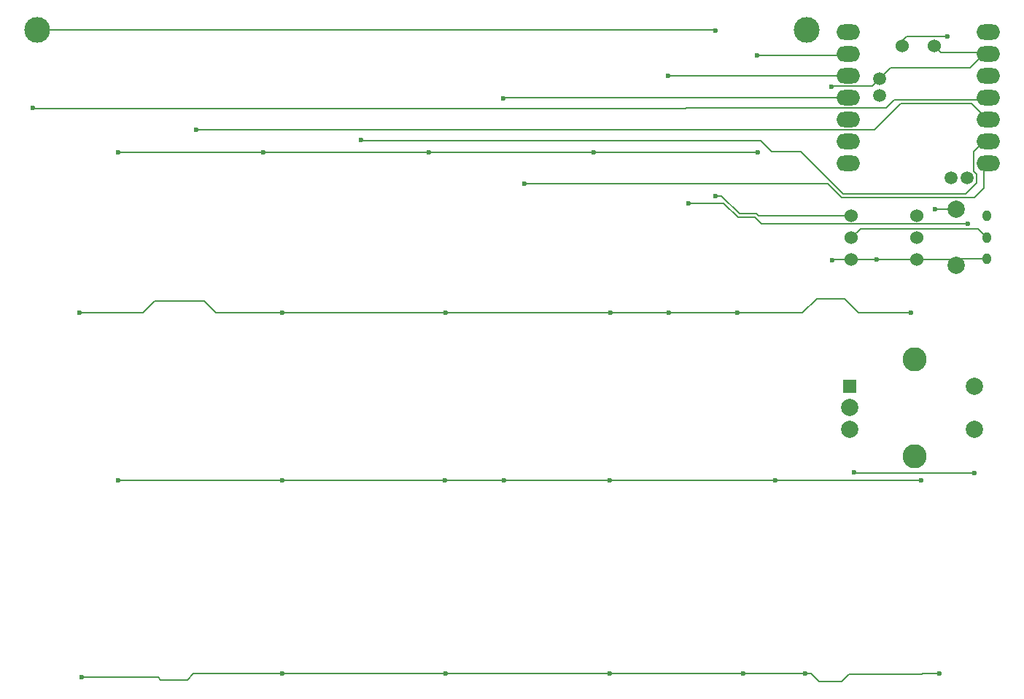
<source format=gbr>
%TF.GenerationSoftware,KiCad,Pcbnew,8.0.7*%
%TF.CreationDate,2025-03-26T10:06:03+09:00*%
%TF.ProjectId,cool642tb_L_v130,636f6f6c-3634-4327-9462-5f4c5f763133,rev?*%
%TF.SameCoordinates,Original*%
%TF.FileFunction,Copper,L1,Top*%
%TF.FilePolarity,Positive*%
%FSLAX46Y46*%
G04 Gerber Fmt 4.6, Leading zero omitted, Abs format (unit mm)*
G04 Created by KiCad (PCBNEW 8.0.7) date 2025-03-26 10:06:03*
%MOMM*%
%LPD*%
G01*
G04 APERTURE LIST*
%TA.AperFunction,ComponentPad*%
%ADD10O,2.750000X1.800000*%
%TD*%
%TA.AperFunction,ComponentPad*%
%ADD11C,1.500000*%
%TD*%
%TA.AperFunction,ComponentPad*%
%ADD12C,1.524000*%
%TD*%
%TA.AperFunction,ComponentPad*%
%ADD13C,2.000000*%
%TD*%
%TA.AperFunction,ComponentPad*%
%ADD14C,3.000000*%
%TD*%
%TA.AperFunction,ComponentPad*%
%ADD15R,1.500000X1.500000*%
%TD*%
%TA.AperFunction,ComponentPad*%
%ADD16C,2.800000*%
%TD*%
%TA.AperFunction,ComponentPad*%
%ADD17O,1.000000X1.300000*%
%TD*%
%TA.AperFunction,ViaPad*%
%ADD18C,0.600000*%
%TD*%
%TA.AperFunction,Conductor*%
%ADD19C,0.200000*%
%TD*%
G04 APERTURE END LIST*
D10*
%TO.P,U1,1,P0.02_A0_D0*%
%TO.N,RE_B*%
X87740000Y24450000D03*
%TO.P,U1,2,P0.03_A1_D1*%
%TO.N,Row0*%
X87740000Y21910000D03*
%TO.P,U1,3,P0.28_A2_D2*%
%TO.N,Row1*%
X87740000Y19370000D03*
%TO.P,U1,4,P0.29_A3_D3*%
%TO.N,Row2*%
X87740000Y16830000D03*
%TO.P,U1,5,P0.04_A4_D4_SDA*%
%TO.N,unconnected-(U1-P0.04_A4_D4_SDA-Pad5)*%
X87740000Y14290000D03*
%TO.P,U1,6,P0.05_A5_D5_SCL*%
%TO.N,RE_A1*%
X87740000Y11750000D03*
%TO.P,U1,7,P1.11_D6_TX*%
%TO.N,Row3*%
X87740000Y9210000D03*
%TO.P,U1,8,P1.12_D7_RX*%
%TO.N,Col3*%
X103980000Y9210000D03*
%TO.P,U1,9,P1.13_D8_SCK*%
%TO.N,Col2*%
X103980000Y11750000D03*
%TO.P,U1,10,P1.14_D9_MISO*%
%TO.N,Col1*%
X103980000Y14290000D03*
%TO.P,U1,11,P1.15_D10_MOSI*%
%TO.N,Col0*%
X103980000Y16830000D03*
%TO.P,U1,12,3V3*%
%TO.N,unconnected-(U1-3V3-Pad12)*%
X103980000Y19370000D03*
%TO.P,U1,13,GND*%
%TO.N,GND*%
X103980000Y21910000D03*
%TO.P,U1,14,5V*%
%TO.N,VCC*%
X103980000Y24450000D03*
D11*
%TO.P,U1,15,NFC1_0.09*%
%TO.N,Col5*%
X99695400Y7518000D03*
%TO.P,U1,16,NFC2_0.10*%
%TO.N,Col4*%
X101575000Y7518000D03*
%TO.P,U1,20,BATT+*%
%TO.N,Bat*%
X91415000Y17147000D03*
%TO.P,U1,21,BATT-*%
%TO.N,GND*%
X91415000Y19052000D03*
D12*
%TO.P,U1,22,RST*%
%TO.N,RST*%
X93980000Y22900000D03*
%TO.P,U1,23,GND*%
%TO.N,GND*%
X97700000Y22840000D03*
%TD*%
D13*
%TO.P,SW25,1,1*%
%TO.N,RST*%
X100270000Y3910000D03*
%TO.P,SW25,2,2*%
%TO.N,GND*%
X100270000Y-2590000D03*
%TD*%
D14*
%TO.P,B1,1,+*%
%TO.N,Net-(B1-+)*%
X-6400000Y24710000D03*
%TO.P,B1,2,-*%
%TO.N,GND*%
X82870000Y24750000D03*
%TD*%
D12*
%TO.P,U3,1,IN*%
%TO.N,Net-(B1-+)*%
X88090000Y3110000D03*
%TO.P,U3,2,EN*%
%TO.N,Net-(SW24-B)*%
X88090000Y570000D03*
%TO.P,U3,3,GND*%
%TO.N,GND*%
X88090000Y-1970000D03*
%TO.P,U3,4,OUT*%
%TO.N,Bat*%
X95700000Y3130000D03*
%TO.P,U3,5,GND*%
%TO.N,GND*%
X95700000Y570000D03*
X95700000Y-1970000D03*
%TD*%
D15*
%TO.P,SW21,A,A*%
%TO.N,RE_A1*%
X87900000Y-16660000D03*
D13*
%TO.P,SW21,B,B*%
%TO.N,RE_B*%
X87900000Y-21660000D03*
%TO.P,SW21,C,C*%
%TO.N,GND*%
X87900000Y-19160000D03*
D16*
%TO.P,SW21,MP*%
%TO.N,N/C*%
X95400000Y-13560000D03*
X95400000Y-24760000D03*
D13*
%TO.P,SW21,S1*%
X102400000Y-16660000D03*
%TO.P,SW21,S2*%
X102400000Y-21660000D03*
%TD*%
D17*
%TO.P,SW24,1,A*%
%TO.N,unconnected-(SW24-A-Pad1)*%
X103840000Y3104000D03*
%TO.P,SW24,2,B*%
%TO.N,Net-(SW24-B)*%
X103840000Y604000D03*
%TO.P,SW24,3,C*%
%TO.N,GND*%
X103840000Y-1896000D03*
%TD*%
D18*
%TO.N,RST*%
X97770000Y3880000D03*
X99290000Y23960000D03*
%TO.N,GND*%
X85813500Y18140000D03*
%TO.N,Net-(B1-+)*%
X72330000Y24620000D03*
X72350000Y5450000D03*
%TO.N,GND*%
X91060000Y-1970000D03*
X85840000Y-1990000D03*
%TO.N,Row0*%
X19800000Y10500000D03*
X3000000Y10500000D03*
X39010000Y10500000D03*
X77210000Y10500000D03*
X77140000Y21790000D03*
X58160000Y10500000D03*
%TO.N,Row1*%
X-1480000Y-8140000D03*
X60100000Y-8140000D03*
X22000000Y-8140000D03*
X95020000Y-8140000D03*
X66870000Y-8140000D03*
X74890000Y-8110000D03*
X66800000Y19400000D03*
X41010000Y-8140000D03*
%TO.N,Row2*%
X40940000Y-27590000D03*
X96220000Y-27590000D03*
X60080000Y-27590000D03*
X3000000Y-27590000D03*
X79260000Y-27590000D03*
X22030000Y-27590000D03*
X47740000Y-27590000D03*
X47670000Y16810000D03*
%TO.N,Row3*%
X82750000Y-50040000D03*
X60020000Y-50040000D03*
X22010000Y-50040000D03*
X-1290000Y-50470000D03*
X41040000Y-50040000D03*
X75570000Y-50040000D03*
X98300000Y-50060000D03*
%TO.N,Col0*%
X-6880000Y15660000D03*
%TO.N,Col1*%
X12040000Y13160000D03*
%TO.N,Col2*%
X31170000Y11920000D03*
%TO.N,Col3*%
X50170000Y6870000D03*
%TO.N,Col4*%
X69220000Y4620000D03*
X101600000Y2240000D03*
%TO.N,Col5*%
X88400000Y-26700000D03*
X102400000Y-26770000D03*
%TD*%
D19*
%TO.N,GND*%
X97700000Y22840000D02*
X98461999Y22078001D01*
X98461999Y22078001D02*
X103311999Y22078001D01*
X103311999Y22078001D02*
X103480000Y21910000D01*
X91415000Y19052000D02*
X92683000Y20320000D01*
X92683000Y20320000D02*
X101890000Y20320000D01*
X101890000Y20320000D02*
X103480000Y21910000D01*
%TO.N,Col2*%
X103480000Y11750000D02*
X102305000Y10575000D01*
X101370000Y5680000D02*
X87115686Y5680000D01*
X87115686Y5680000D02*
X82245686Y10550000D01*
X102305000Y10575000D02*
X102305000Y8295000D01*
X102305000Y8295000D02*
X102625000Y7975000D01*
X102625000Y7975000D02*
X102625000Y6935000D01*
X102625000Y6935000D02*
X101370000Y5680000D01*
X82245686Y10550000D02*
X78860000Y10550000D01*
X78860000Y10550000D02*
X77580000Y11830000D01*
X77580000Y11830000D02*
X31260000Y11830000D01*
X31260000Y11830000D02*
X31170000Y11920000D01*
%TO.N,Col3*%
X103480000Y9210000D02*
X103480000Y6350000D01*
X103480000Y6350000D02*
X102410000Y5280000D01*
X102410000Y5280000D02*
X86950000Y5280000D01*
X50180000Y6880000D02*
X50170000Y6870000D01*
X86950000Y5280000D02*
X85350000Y6880000D01*
X85350000Y6880000D02*
X50180000Y6880000D01*
%TO.N,Col1*%
X103480000Y14290000D02*
X103480000Y14720000D01*
X103480000Y14720000D02*
X102020000Y16180000D01*
X90760000Y13090000D02*
X12110000Y13090000D01*
X102020000Y16180000D02*
X93850000Y16180000D01*
X93850000Y16180000D02*
X90760000Y13090000D01*
X12110000Y13090000D02*
X12040000Y13160000D01*
%TO.N,Col0*%
X103480000Y16830000D02*
X103230000Y16580000D01*
X92120000Y15630000D02*
X68870000Y15630000D01*
X103230000Y16580000D02*
X93070000Y16580000D01*
X93070000Y16580000D02*
X92120000Y15630000D01*
%TO.N,RST*%
X97770000Y3880000D02*
X97800000Y3910000D01*
X93980000Y23462772D02*
X94477228Y23960000D01*
X94477228Y23960000D02*
X99290000Y23960000D01*
X97800000Y3910000D02*
X100270000Y3910000D01*
X93980000Y22900000D02*
X93980000Y23462772D01*
%TO.N,GND*%
X97700000Y22840000D02*
X97700000Y22402729D01*
X97700000Y22402729D02*
X97721084Y22343149D01*
X91415000Y19052000D02*
X91422199Y19052000D01*
X103408000Y21838000D02*
X103480000Y21910000D01*
X90533000Y18170000D02*
X85843500Y18170000D01*
X91415000Y19052000D02*
X90533000Y18170000D01*
X85843500Y18170000D02*
X85813500Y18140000D01*
%TO.N,Net-(B1-+)*%
X81230000Y3110000D02*
X77332641Y3110000D01*
X72240000Y24710000D02*
X-6400000Y24710000D01*
X77332641Y3110000D02*
X77052641Y3390000D01*
X73025686Y5450000D02*
X72350000Y5450000D01*
X77052641Y3390000D02*
X75085686Y3390000D01*
X72330000Y24620000D02*
X72240000Y24710000D01*
X88090000Y3110000D02*
X81230000Y3110000D01*
X75085686Y3390000D02*
X73025686Y5450000D01*
%TO.N,Net-(SW24-B)*%
X103840000Y604000D02*
X102812000Y1632000D01*
X89152000Y1632000D02*
X88090000Y570000D01*
X102812000Y1632000D02*
X89152000Y1632000D01*
%TO.N,GND*%
X95700000Y-1970000D02*
X91060000Y-1970000D01*
X91060000Y-1970000D02*
X88090000Y-1970000D01*
X85860000Y-1970000D02*
X85840000Y-1990000D01*
X88090000Y-1970000D02*
X85860000Y-1970000D01*
X95700000Y-1970000D02*
X99650000Y-1970000D01*
X99650000Y-1970000D02*
X100270000Y-2590000D01*
X103840000Y-1896000D02*
X100964000Y-1896000D01*
X100964000Y-1896000D02*
X100270000Y-2590000D01*
%TO.N,Row0*%
X77210000Y10500000D02*
X58160000Y10500000D01*
X39010000Y10500000D02*
X19800000Y10500000D01*
X58160000Y10500000D02*
X39010000Y10500000D01*
X88120000Y21790000D02*
X88240000Y21910000D01*
X19800000Y10500000D02*
X3000000Y10500000D01*
X77140000Y21790000D02*
X88120000Y21790000D01*
X88336000Y21640000D02*
X88290000Y21686000D01*
%TO.N,Row1*%
X88940000Y-8120000D02*
X87290000Y-6470000D01*
X66830000Y19370000D02*
X66800000Y19400000D01*
X5850000Y-8140000D02*
X7240000Y-6750000D01*
X22000000Y-8140000D02*
X19870000Y-8140000D01*
X72840000Y-8140000D02*
X72870000Y-8110000D01*
X41010000Y-8140000D02*
X38980000Y-8140000D01*
X58080000Y-8140000D02*
X41010000Y-8140000D01*
X84080000Y-6470000D02*
X82440000Y-8110000D01*
X7240000Y-6750000D02*
X12940000Y-6750000D01*
X82440000Y-8110000D02*
X74890000Y-8110000D01*
X60100000Y-8140000D02*
X66870000Y-8140000D01*
X66870000Y-8140000D02*
X72840000Y-8140000D01*
X74890000Y-8110000D02*
X72870000Y-8110000D01*
X12940000Y-6750000D02*
X14330000Y-8140000D01*
X-1480000Y-8140000D02*
X5850000Y-8140000D01*
X38980000Y-8140000D02*
X22000000Y-8140000D01*
X88240000Y19370000D02*
X66830000Y19370000D01*
X58080000Y-8140000D02*
X60100000Y-8140000D01*
X14330000Y-8140000D02*
X19870000Y-8140000D01*
X87290000Y-6470000D02*
X84080000Y-6470000D01*
X95020000Y-8140000D02*
X95000000Y-8120000D01*
X95000000Y-8120000D02*
X88940000Y-8120000D01*
%TO.N,Row2*%
X22030000Y-27590000D02*
X19990000Y-27590000D01*
X77230000Y-27590000D02*
X60080000Y-27590000D01*
X47690000Y16830000D02*
X47670000Y16810000D01*
X38930000Y-27590000D02*
X22030000Y-27590000D01*
X40940000Y-27590000D02*
X38930000Y-27590000D01*
X96220000Y-27590000D02*
X79260000Y-27590000D01*
X19990000Y-27590000D02*
X3000000Y-27590000D01*
X79260000Y-27590000D02*
X77230000Y-27590000D01*
X88240000Y16830000D02*
X47690000Y16830000D01*
X47740000Y-27590000D02*
X40940000Y-27590000D01*
X58040000Y-27590000D02*
X47740000Y-27590000D01*
X60080000Y-27590000D02*
X58040000Y-27590000D01*
%TO.N,Row3*%
X22010000Y-50040000D02*
X38990000Y-50040000D01*
X-1290000Y-50470000D02*
X7610000Y-50470000D01*
X98300000Y-50060000D02*
X96300000Y-50060000D01*
X87850000Y-50080000D02*
X96280000Y-50080000D01*
X84330000Y-50960000D02*
X86970000Y-50960000D01*
X19920000Y-50040000D02*
X22010000Y-50040000D01*
X7900000Y-50760000D02*
X11010000Y-50760000D01*
X11010000Y-50760000D02*
X11730000Y-50040000D01*
X96300000Y-50060000D02*
X96280000Y-50080000D01*
X38990000Y-50040000D02*
X41040000Y-50040000D01*
X11730000Y-50040000D02*
X19920000Y-50040000D01*
X60020000Y-50040000D02*
X73580000Y-50040000D01*
X57950000Y-50040000D02*
X60020000Y-50040000D01*
X86970000Y-50960000D02*
X87850000Y-50080000D01*
X83410000Y-50040000D02*
X84330000Y-50960000D01*
X7610000Y-50470000D02*
X7900000Y-50760000D01*
X82750000Y-50040000D02*
X83410000Y-50040000D01*
X73580000Y-50040000D02*
X75570000Y-50040000D01*
X41040000Y-50040000D02*
X57950000Y-50040000D01*
X75570000Y-50040000D02*
X82750000Y-50040000D01*
%TO.N,Col0*%
X68870000Y15630000D02*
X68860000Y15620000D01*
X-6840000Y15620000D02*
X-6880000Y15660000D01*
X68860000Y15620000D02*
X-6840000Y15620000D01*
%TO.N,Col4*%
X73290000Y4620000D02*
X69220000Y4620000D01*
X77636955Y2240000D02*
X76886955Y2990000D01*
X76886955Y2990000D02*
X74920000Y2990000D01*
X74920000Y2990000D02*
X73290000Y4620000D01*
X101600000Y2240000D02*
X77636955Y2240000D01*
%TO.N,Col5*%
X102400000Y-26770000D02*
X88470000Y-26770000D01*
X88470000Y-26770000D02*
X88400000Y-26700000D01*
%TD*%
M02*

</source>
